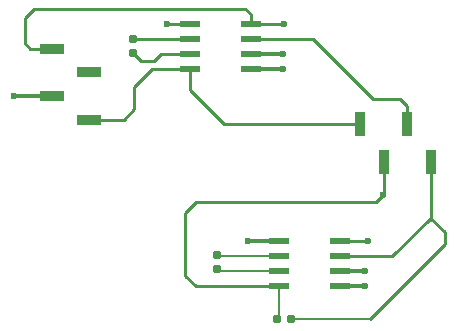
<source format=gbr>
%TF.GenerationSoftware,KiCad,Pcbnew,(6.0.10)*%
%TF.CreationDate,2023-03-04T21:34:46+00:00*%
%TF.ProjectId,INS_CW2_ABB_2,494e535f-4357-4325-9f41-42425f322e6b,rev?*%
%TF.SameCoordinates,Original*%
%TF.FileFunction,Copper,L1,Top*%
%TF.FilePolarity,Positive*%
%FSLAX46Y46*%
G04 Gerber Fmt 4.6, Leading zero omitted, Abs format (unit mm)*
G04 Created by KiCad (PCBNEW (6.0.10)) date 2023-03-04 21:34:46*
%MOMM*%
%LPD*%
G01*
G04 APERTURE LIST*
G04 Aperture macros list*
%AMRoundRect*
0 Rectangle with rounded corners*
0 $1 Rounding radius*
0 $2 $3 $4 $5 $6 $7 $8 $9 X,Y pos of 4 corners*
0 Add a 4 corners polygon primitive as box body*
4,1,4,$2,$3,$4,$5,$6,$7,$8,$9,$2,$3,0*
0 Add four circle primitives for the rounded corners*
1,1,$1+$1,$2,$3*
1,1,$1+$1,$4,$5*
1,1,$1+$1,$6,$7*
1,1,$1+$1,$8,$9*
0 Add four rect primitives between the rounded corners*
20,1,$1+$1,$2,$3,$4,$5,0*
20,1,$1+$1,$4,$5,$6,$7,0*
20,1,$1+$1,$6,$7,$8,$9,0*
20,1,$1+$1,$8,$9,$2,$3,0*%
G04 Aperture macros list end*
%TA.AperFunction,SMDPad,CuDef*%
%ADD10RoundRect,0.160000X-0.160000X0.197500X-0.160000X-0.197500X0.160000X-0.197500X0.160000X0.197500X0*%
%TD*%
%TA.AperFunction,SMDPad,CuDef*%
%ADD11RoundRect,0.160000X0.197500X0.160000X-0.197500X0.160000X-0.197500X-0.160000X0.197500X-0.160000X0*%
%TD*%
%TA.AperFunction,SMDPad,CuDef*%
%ADD12R,0.900000X2.000000*%
%TD*%
%TA.AperFunction,SMDPad,CuDef*%
%ADD13R,2.000000X0.900000*%
%TD*%
%TA.AperFunction,SMDPad,CuDef*%
%ADD14R,1.750000X0.590000*%
%TD*%
%TA.AperFunction,ViaPad*%
%ADD15C,0.600000*%
%TD*%
%TA.AperFunction,Conductor*%
%ADD16C,0.250000*%
%TD*%
%TA.AperFunction,Conductor*%
%ADD17C,0.200000*%
%TD*%
%TA.AperFunction,Conductor*%
%ADD18C,0.300000*%
%TD*%
G04 APERTURE END LIST*
D10*
%TO.P,R2,1*%
%TO.N,/Rg_1_1*%
X120295500Y-78396500D03*
%TO.P,R2,2*%
%TO.N,/Rg_1_2*%
X120295500Y-79591500D03*
%TD*%
D11*
%TO.P,R1,1*%
%TO.N,/Err*%
X126555000Y-83820000D03*
%TO.P,R1,2*%
%TO.N,/DUT_1*%
X125360000Y-83820000D03*
%TD*%
D10*
%TO.P,R3,1*%
%TO.N,/Rg_2_1*%
X113157000Y-60071000D03*
%TO.P,R3,2*%
%TO.N,/Rg_2_2*%
X113157000Y-61266000D03*
%TD*%
D12*
%TO.P,J2,1,Pin_1*%
%TO.N,/Err*%
X138398000Y-70510000D03*
%TO.P,J2,2,Pin_2*%
%TO.N,/Edut*%
X136398000Y-67310000D03*
%TO.P,J2,3,Pin_3*%
%TO.N,/DUT_1*%
X134398000Y-70510000D03*
%TO.P,J2,4,Pin_4*%
%TO.N,/DAC*%
X132398000Y-67310000D03*
%TD*%
D13*
%TO.P,J1,1,Pin_1*%
%TO.N,/5V*%
X106263000Y-60903500D03*
%TO.P,J1,2,Pin_2*%
%TO.N,/3V3*%
X109463000Y-62903500D03*
%TO.P,J1,3,Pin_3*%
%TO.N,/GND*%
X106263000Y-64903500D03*
%TO.P,J1,4,Pin_4*%
%TO.N,/DAC*%
X109463000Y-66903500D03*
%TD*%
D14*
%TO.P,IC2,1,-IN*%
%TO.N,/DUT_1*%
X117983000Y-58801000D03*
%TO.P,IC2,2,RG_1*%
%TO.N,/Rg_2_1*%
X117983000Y-60071000D03*
%TO.P,IC2,3,RG_2*%
%TO.N,/Rg_2_2*%
X117983000Y-61341000D03*
%TO.P,IC2,4,+IN*%
%TO.N,/DAC*%
X117983000Y-62611000D03*
%TO.P,IC2,5,-VS*%
%TO.N,/GND*%
X123153000Y-62611000D03*
%TO.P,IC2,6,REF*%
X123153000Y-61341000D03*
%TO.P,IC2,7,VOUT*%
%TO.N,/Edut*%
X123153000Y-60071000D03*
%TO.P,IC2,8,+VS*%
%TO.N,/5V*%
X123153000Y-58801000D03*
%TD*%
%TO.P,IC1,1,-IN*%
%TO.N,/GND*%
X125558000Y-77216000D03*
%TO.P,IC1,2,RG_1*%
%TO.N,/Rg_1_1*%
X125558000Y-78486000D03*
%TO.P,IC1,3,RG_2*%
%TO.N,/Rg_1_2*%
X125558000Y-79756000D03*
%TO.P,IC1,4,+IN*%
%TO.N,/DUT_1*%
X125558000Y-81026000D03*
%TO.P,IC1,5,-VS*%
%TO.N,/GND*%
X130728000Y-81026000D03*
%TO.P,IC1,6,REF*%
X130728000Y-79756000D03*
%TO.P,IC1,7,VOUT*%
%TO.N,/Err*%
X130728000Y-78486000D03*
%TO.P,IC1,8,+VS*%
%TO.N,/5V*%
X130728000Y-77216000D03*
%TD*%
D15*
%TO.N,/5V*%
X133096000Y-77216000D03*
X125984000Y-58801000D03*
%TO.N,/DUT_1*%
X134366000Y-73279000D03*
X116078000Y-58801000D03*
%TO.N,/GND*%
X132842000Y-81026000D03*
X132842000Y-79756000D03*
X122936000Y-77216000D03*
X125857000Y-62611000D03*
X125857000Y-61341000D03*
X103124000Y-64897000D03*
%TD*%
D16*
%TO.N,/Rg_1_2*%
X120460000Y-79756000D02*
X120295500Y-79591500D01*
D17*
X125558000Y-79756000D02*
X120460000Y-79756000D01*
D16*
%TO.N,/Rg_1_1*%
X120385000Y-78486000D02*
X120295500Y-78396500D01*
D17*
X125558000Y-78486000D02*
X120385000Y-78486000D01*
D16*
%TO.N,/DAC*%
X117983000Y-64389000D02*
X120904000Y-67310000D01*
X120904000Y-67310000D02*
X132398000Y-67310000D01*
X117983000Y-62611000D02*
X117983000Y-64389000D01*
X114808000Y-62611000D02*
X117983000Y-62611000D01*
X113284000Y-64135000D02*
X114808000Y-62611000D01*
D18*
%TO.N,/GND*%
X125558000Y-77216000D02*
X122936000Y-77216000D01*
D16*
%TO.N,/Rg_2_2*%
X113867000Y-61976000D02*
X113157000Y-61266000D01*
X114935000Y-61976000D02*
X113867000Y-61976000D01*
X115570000Y-61341000D02*
X114935000Y-61976000D01*
X117983000Y-61341000D02*
X115570000Y-61341000D01*
%TO.N,/5V*%
X130728000Y-77216000D02*
X133096000Y-77216000D01*
X123153000Y-58801000D02*
X125984000Y-58801000D01*
%TO.N,/DUT_1*%
X117602000Y-74803000D02*
X118491000Y-73914000D01*
X118491000Y-73914000D02*
X133731000Y-73914000D01*
X133731000Y-73914000D02*
X134366000Y-73279000D01*
X117602000Y-80137000D02*
X117602000Y-74803000D01*
X118491000Y-81026000D02*
X117602000Y-80137000D01*
X125558000Y-81026000D02*
X118491000Y-81026000D01*
%TO.N,/Edut*%
X135763000Y-65151000D02*
X136398000Y-65786000D01*
X133477000Y-65151000D02*
X135763000Y-65151000D01*
X136398000Y-65786000D02*
X136398000Y-67310000D01*
X128397000Y-60071000D02*
X133477000Y-65151000D01*
X123153000Y-60071000D02*
X128397000Y-60071000D01*
D17*
%TO.N,/Err*%
X133223000Y-83820000D02*
X126365000Y-83820000D01*
D16*
X139573000Y-77470000D02*
X133223000Y-83820000D01*
X139573000Y-76454000D02*
X139573000Y-77470000D01*
X138430000Y-75311000D02*
X139573000Y-76454000D01*
X138398000Y-75216000D02*
X138398000Y-70510000D01*
X135128000Y-78486000D02*
X138398000Y-75216000D01*
X130728000Y-78486000D02*
X135128000Y-78486000D01*
%TO.N,/DUT_1*%
X125558000Y-83812000D02*
X125550000Y-83820000D01*
D17*
X125558000Y-81026000D02*
X125558000Y-83812000D01*
D16*
%TO.N,/Rg_2_1*%
X117983000Y-60071000D02*
X113157000Y-60071000D01*
%TO.N,/DUT_1*%
X134398000Y-73247000D02*
X134366000Y-73279000D01*
X134398000Y-70510000D02*
X134398000Y-73247000D01*
X117983000Y-58801000D02*
X116078000Y-58801000D01*
%TO.N,/5V*%
X122682000Y-57531000D02*
X123153000Y-58002000D01*
X123153000Y-58002000D02*
X123153000Y-58801000D01*
X104775000Y-57531000D02*
X122682000Y-57531000D01*
X104464500Y-60903500D02*
X104013000Y-60452000D01*
X106263000Y-60903500D02*
X104464500Y-60903500D01*
X104013000Y-60452000D02*
X104013000Y-58293000D01*
X104013000Y-58293000D02*
X104775000Y-57531000D01*
%TO.N,/DAC*%
X113284000Y-66040000D02*
X113284000Y-64135000D01*
X112420500Y-66903500D02*
X113284000Y-66040000D01*
X109463000Y-66903500D02*
X112420500Y-66903500D01*
D18*
%TO.N,/GND*%
X130728000Y-81026000D02*
X132842000Y-81026000D01*
X130728000Y-79756000D02*
X132842000Y-79756000D01*
X123153000Y-62611000D02*
X125857000Y-62611000D01*
X123153000Y-61341000D02*
X125857000Y-61341000D01*
X103130500Y-64903500D02*
X103124000Y-64897000D01*
X106263000Y-64903500D02*
X103130500Y-64903500D01*
%TD*%
M02*

</source>
